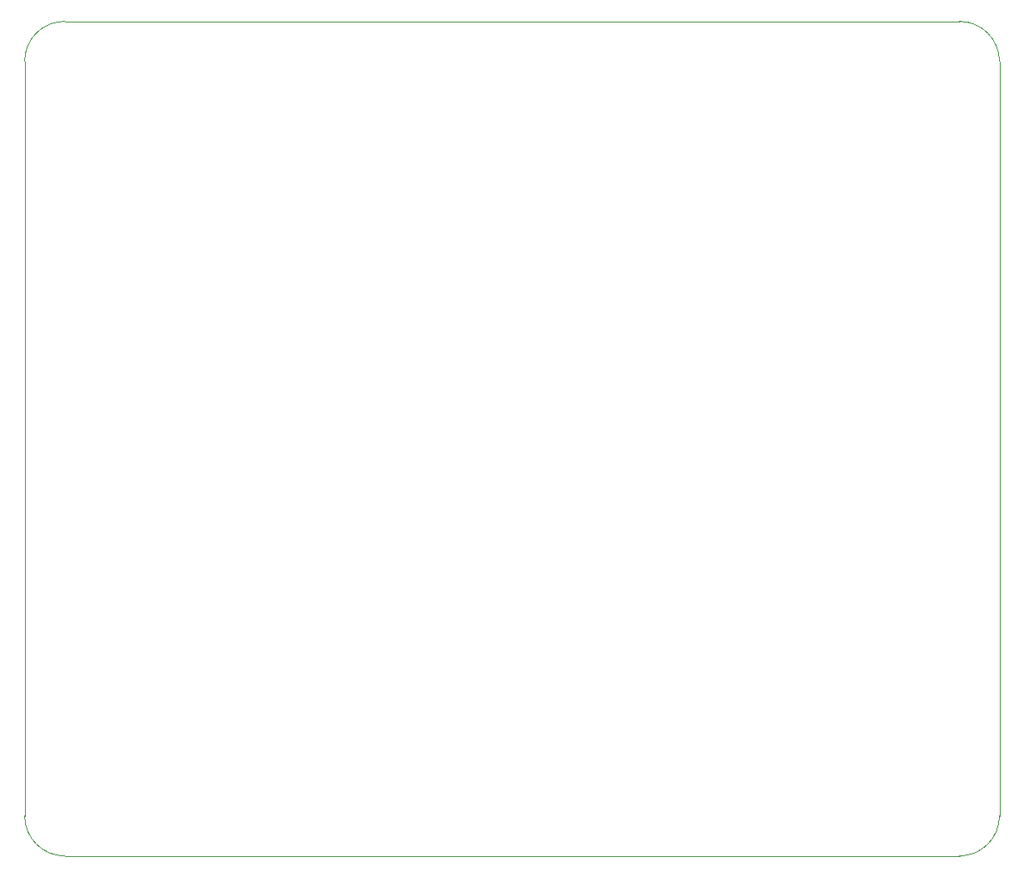
<source format=gbr>
%TF.GenerationSoftware,KiCad,Pcbnew,5.1.12-1.fc34*%
%TF.CreationDate,2021-12-13T19:31:17+01:00*%
%TF.ProjectId,fdrm05-devboard,6664726d-3035-42d6-9465-76626f617264,1*%
%TF.SameCoordinates,Original*%
%TF.FileFunction,Profile,NP*%
%FSLAX46Y46*%
G04 Gerber Fmt 4.6, Leading zero omitted, Abs format (unit mm)*
G04 Created by KiCad (PCBNEW 5.1.12-1.fc34) date 2021-12-13 19:31:17*
%MOMM*%
%LPD*%
G01*
G04 APERTURE LIST*
%TA.AperFunction,Profile*%
%ADD10C,0.050000*%
%TD*%
G04 APERTURE END LIST*
D10*
X199136000Y-59944000D02*
G75*
G02*
X203200000Y-64008000I0J-4064000D01*
G01*
X104140000Y-64008000D02*
G75*
G02*
X108204000Y-59944000I4064000J0D01*
G01*
X108204000Y-144780000D02*
G75*
G02*
X104140000Y-140716000I0J4064000D01*
G01*
X203200000Y-140716000D02*
G75*
G02*
X199136000Y-144780000I-4064000J0D01*
G01*
X104140000Y-140716000D02*
X104140000Y-64008000D01*
X199136000Y-144780000D02*
X108204000Y-144780000D01*
X203200000Y-64008000D02*
X203200000Y-140716000D01*
X108204000Y-59944000D02*
X199136000Y-59944000D01*
M02*

</source>
